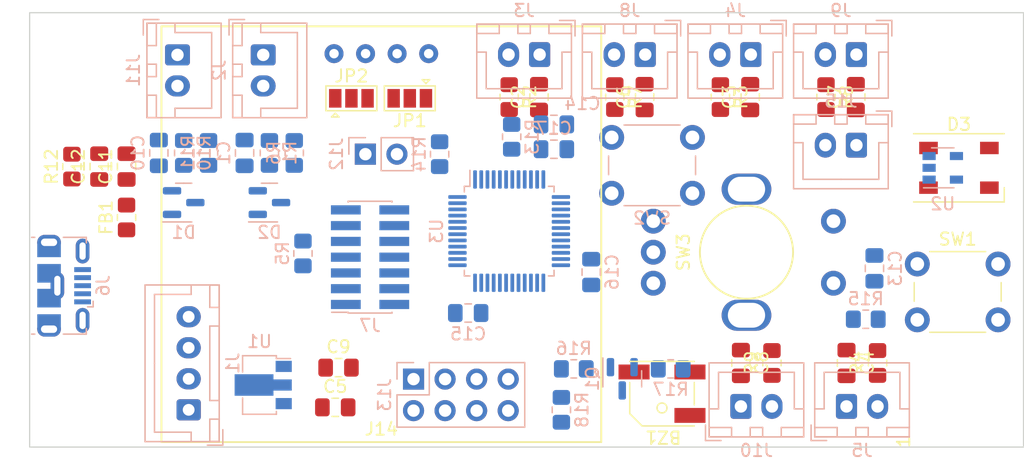
<source format=kicad_pcb>
(kicad_pcb (version 20221018) (generator pcbnew)

  (general
    (thickness 1.6)
  )

  (paper "A4")
  (title_block
    (title "V0_McDisplay")
    (date "2023-02-13")
    (rev "1")
    (company "Anton McFLY Mukhin")
  )

  (layers
    (0 "F.Cu" signal)
    (31 "B.Cu" signal)
    (32 "B.Adhes" user "B.Adhesive")
    (33 "F.Adhes" user "F.Adhesive")
    (34 "B.Paste" user)
    (35 "F.Paste" user)
    (36 "B.SilkS" user "B.Silkscreen")
    (37 "F.SilkS" user "F.Silkscreen")
    (38 "B.Mask" user)
    (39 "F.Mask" user)
    (40 "Dwgs.User" user "User.Drawings")
    (41 "Cmts.User" user "User.Comments")
    (42 "Eco1.User" user "User.Eco1")
    (43 "Eco2.User" user "User.Eco2")
    (44 "Edge.Cuts" user)
    (45 "Margin" user)
    (46 "B.CrtYd" user "B.Courtyard")
    (47 "F.CrtYd" user "F.Courtyard")
    (48 "B.Fab" user)
    (49 "F.Fab" user)
    (50 "User.1" user)
    (51 "User.2" user)
    (52 "User.3" user)
    (53 "User.4" user)
    (54 "User.5" user)
    (55 "User.6" user)
    (56 "User.7" user)
    (57 "User.8" user)
    (58 "User.9" user)
  )

  (setup
    (pad_to_mask_clearance 0)
    (pcbplotparams
      (layerselection 0x00010fc_ffffffff)
      (plot_on_all_layers_selection 0x0000000_00000000)
      (disableapertmacros false)
      (usegerberextensions false)
      (usegerberattributes true)
      (usegerberadvancedattributes true)
      (creategerberjobfile true)
      (dashed_line_dash_ratio 12.000000)
      (dashed_line_gap_ratio 3.000000)
      (svgprecision 6)
      (plotframeref false)
      (viasonmask false)
      (mode 1)
      (useauxorigin false)
      (hpglpennumber 1)
      (hpglpenspeed 20)
      (hpglpendiameter 15.000000)
      (dxfpolygonmode true)
      (dxfimperialunits true)
      (dxfusepcbnewfont true)
      (psnegative false)
      (psa4output false)
      (plotreference true)
      (plotvalue true)
      (plotinvisibletext false)
      (sketchpadsonfab false)
      (subtractmaskfromsilk false)
      (outputformat 1)
      (mirror false)
      (drillshape 1)
      (scaleselection 1)
      (outputdirectory "")
    )
  )

  (net 0 "")
  (net 1 "VBUS")
  (net 2 "Net-(BZ1-+)")
  (net 3 "Net-(J2-Pin_2)")
  (net 4 "GNDA")
  (net 5 "KEY1")
  (net 6 "GND")
  (net 7 "KEY3")
  (net 8 "KEY5")
  (net 9 "KEY2")
  (net 10 "KEY4")
  (net 11 "KEY6")
  (net 12 "+3.3V")
  (net 13 "Net-(J11-Pin_2)")
  (net 14 "+3.3VA")
  (net 15 "KILL_SW")
  (net 16 "TH1")
  (net 17 "TH2")
  (net 18 "Net-(D3-DOUT)")
  (net 19 "Net-(D3-DIN)")
  (net 20 "D-")
  (net 21 "D+")
  (net 22 "Net-(J3-Pin_2)")
  (net 23 "Net-(J4-Pin_2)")
  (net 24 "Net-(J5-Pin_2)")
  (net 25 "unconnected-(J7-Pin_1-Pad1)")
  (net 26 "unconnected-(J7-Pin_2-Pad2)")
  (net 27 "SWDIO")
  (net 28 "SWCLK")
  (net 29 "unconnected-(J7-Pin_8-Pad8)")
  (net 30 "unconnected-(J7-Pin_9-Pad9)")
  (net 31 "unconnected-(J7-Pin_10-Pad10)")
  (net 32 "Net-(J7-Pin_11)")
  (net 33 "RESET")
  (net 34 "unconnected-(J7-Pin_13-Pad13)")
  (net 35 "unconnected-(J7-Pin_14-Pad14)")
  (net 36 "Net-(J8-Pin_2)")
  (net 37 "Net-(J9-Pin_2)")
  (net 38 "Net-(J10-Pin_2)")
  (net 39 "BOOT0")
  (net 40 "GPIO1")
  (net 41 "GPIO2")
  (net 42 "GPIO3")
  (net 43 "GPIO4")
  (net 44 "PIN1")
  (net 45 "PIN2")
  (net 46 "SCL")
  (net 47 "SDA")
  (net 48 "Net-(Q1-G)")
  (net 49 "Net-(Q1-S)")
  (net 50 "Net-(SW1-B)")
  (net 51 "BUZZER")
  (net 52 "ENC_A")
  (net 53 "ENC_B")
  (net 54 "ENC_SW")
  (net 55 "NEOPIXEL")
  (net 56 "unconnected-(U3-PC13-Pad2)")
  (net 57 "unconnected-(U3-PC14-OSC32_IN-Pad3)")
  (net 58 "unconnected-(U3-PC15-OSC32_OUT-Pad4)")
  (net 59 "unconnected-(U3-PF0-OSC_IN-Pad5)")
  (net 60 "unconnected-(U3-PF1-OSC_OUT-Pad6)")
  (net 61 "unconnected-(U3-PA9-Pad30)")
  (net 62 "unconnected-(U3-PA10-Pad31)")
  (net 63 "unconnected-(U3-PA15-Pad38)")
  (net 64 "unconnected-(U3-PB3-Pad39)")
  (net 65 "unconnected-(U3-PB4-Pad40)")
  (net 66 "unconnected-(U3-PB5-Pad41)")
  (net 67 "unconnected-(U3-PB8-Pad45)")
  (net 68 "unconnected-(U3-PB9-Pad46)")

  (footprint "V0-Display:WS2812_5050_LED" (layer "F.Cu") (at 74.8 12.5))

  (footprint "Resistor_SMD:R_0805_2012Metric_Pad1.20x1.40mm_HandSolder" (layer "F.Cu") (at 55.6 6.8 -90))

  (footprint "Resistor_SMD:R_0805_2012Metric_Pad1.20x1.40mm_HandSolder" (layer "F.Cu") (at 3.4 12.4 90))

  (footprint "V0-Display:SW_PUSH_6mm" (layer "F.Cu") (at 71.45 20.25))

  (footprint "V0-Display:MountingHole_3.2mm_M3" (layer "F.Cu") (at 76 31))

  (footprint "Resistor_SMD:R_0805_2012Metric_Pad1.20x1.40mm_HandSolder" (layer "F.Cu") (at 47.1 6.8 -90))

  (footprint "Resistor_SMD:R_0805_2012Metric_Pad1.20x1.40mm_HandSolder" (layer "F.Cu") (at 64.1 6.8 -90))

  (footprint "V0-Display:MountingHole_3.2mm_M3" (layer "F.Cu") (at 4 31))

  (footprint "Capacitor_SMD:C_0805_2012Metric_Pad1.18x1.45mm_HandSolder" (layer "F.Cu") (at 66.5 6.8 90))

  (footprint "Capacitor_SMD:C_0805_2012Metric_Pad1.18x1.45mm_HandSolder" (layer "F.Cu") (at 24.6 31.8))

  (footprint "Capacitor_SMD:C_0805_2012Metric_Pad1.18x1.45mm_HandSolder" (layer "F.Cu") (at 5.6 12.4 90))

  (footprint "my_additions:Buzzer_5020" (layer "F.Cu") (at 50.9 30.7 180))

  (footprint "Capacitor_SMD:C_0805_2012Metric_Pad1.18x1.45mm_HandSolder" (layer "F.Cu") (at 57.25 28.225 -90))

  (footprint "Capacitor_SMD:C_0805_2012Metric_Pad1.18x1.45mm_HandSolder" (layer "F.Cu") (at 7.8 12.4 90))

  (footprint "Capacitor_SMD:C_0805_2012Metric_Pad1.18x1.45mm_HandSolder" (layer "F.Cu") (at 58 6.8 90))

  (footprint "Resistor_SMD:R_0805_2012Metric_Pad1.20x1.40mm_HandSolder" (layer "F.Cu") (at 59.75 28.224998 90))

  (footprint "Resistor_SMD:R_0805_2012Metric_Pad1.20x1.40mm_HandSolder" (layer "F.Cu") (at 68.25 28.224997 90))

  (footprint "V0-Display:SolderJumper-3_P1.3mm_Pad1.0x1.5mm" (layer "F.Cu") (at 30.6 6.9 180))

  (footprint "Capacitor_SMD:C_0805_2012Metric_Pad1.18x1.45mm_HandSolder" (layer "F.Cu") (at 49.5 6.8 90))

  (footprint "Capacitor_SMD:C_0805_2012Metric_Pad1.18x1.45mm_HandSolder" (layer "F.Cu") (at 41 6.8 90))

  (footprint "V0-Display:MountingHole_3.2mm_M3" (layer "F.Cu") (at 4 6))

  (footprint "Resistor_SMD:R_0805_2012Metric_Pad1.20x1.40mm_HandSolder" (layer "F.Cu") (at 38.6 6.8 -90))

  (footprint "V0-Display:MountingHole_3.2mm_M3" (layer "F.Cu") (at 76 6))

  (footprint "Resistor_SMD:R_0805_2012Metric_Pad1.20x1.40mm_HandSolder" (layer "F.Cu") (at 7.8 16.5 90))

  (footprint "V0-Display:SolderJumper-3_P1.3mm_Pad1.0x1.5mm" (layer "F.Cu") (at 25.9 6.9))

  (footprint "Capacitor_SMD:C_0805_2012Metric_Pad1.18x1.45mm_HandSolder" (layer "F.Cu") (at 24.8625 28.6))

  (footprint "V0-Display:1pt3in_OLED" (layer "F.Cu") (at 28.31 3.3))

  (footprint "Capacitor_SMD:C_0805_2012Metric_Pad1.18x1.45mm_HandSolder" (layer "F.Cu") (at 65.75 28.224997 -90))

  (footprint "V0-Display:EN11_Encoder" (layer "F.Cu") (at 57.7 19.3 -90))

  (footprint "Capacitor_SMD:C_0805_2012Metric_Pad1.18x1.45mm_HandSolder" (layer "B.Cu") (at 68 20.6 90))

  (footprint "Capacitor_SMD:C_0805_2012Metric_Pad1.18x1.45mm_HandSolder" (layer "B.Cu") (at 10.4 11.3 -90))

  (footprint "V0-Display:SOT-23-5" (layer "B.Cu") (at 73.5 12.5))

  (footprint "Connector_PinHeader_2.54mm:PinHeader_2x04_P2.54mm_Vertical" (layer "B.Cu") (at 30.9 29.525 -90))

  (footprint "Connector_JST:JST_XH_B2B-XH-A_1x02_P2.50mm_Vertical" (layer "B.Cu") (at 66.55 10.675 180))

  (footprint "Connector_PinHeader_1.27mm:PinHeader_2x07_P1.27mm_Vertical_SMD" (layer "B.Cu") (at 27.4 19.7))

  (footprint "Connector_PinHeader_2.54mm:PinHeader_1x02_P2.54mm_Vertical" (layer "B.Cu") (at 27.025 11.4 -90))

  (footprint "Capacitor_SMD:C_0805_2012Metric_Pad1.18x1.45mm_HandSolder" (layer "B.Cu") (at 42.2 11 180))

  (footprint "Capacitor_SMD:C_0805_2012Metric_Pad1.18x1.45mm_HandSolder" (layer "B.Cu") (at 45.2 20.9 90))

  (footprint "Package_QFP:LQFP-48_7x7mm_P0.5mm" (layer "B.Cu") (at 38.6 17.6 -90))

  (footprint "Connector_JST:JST_XH_B2B-XH-A_1x02_P2.50mm_Vertical" (layer "B.Cu") (at 41.05 3.375 180))

  (footprint "Resistor_SMD:R_0805_2012Metric_Pad1.20x1.40mm_HandSolder" (layer "B.Cu") (at 33 11.4 -90))

  (footprint "Capacitor_SMD:C_0805_2012Metric_Pad1.18x1.45mm_HandSolder" (layer "B.Cu") (at 35.3 24.2))

  (footprint "Resistor_SMD:R_0805_2012Metric_Pad1.20x1.40mm_HandSolder" (layer "B.Cu") (at 14.4 11.300001 -90))

  (footprint "Resistor_SMD:R_0805_2012Metric_Pad1.20x1.40mm_HandSolder" (layer "B.Cu") (at 19.3 11.3 90))

  (footprint "Resistor_SMD:R_0805_2012Metric_Pad1.20x1.40mm_HandSolder" (layer "B.Cu") (at 38.8 10 90))

  (footprint "Capacitor_SMD:C_0805_2012Metric_Pad1.18x1.45mm_HandSolder" (layer "B.Cu") (at 17.3 11.3 -90))

  (footprint "Connector_JST:JST_XH_B2B-XH-A_1x02_P2.50mm_Vertical" (layer "B.Cu") (at 65.75 31.725001))

  (footprint "Connector_JST:JST_XH_B2B-XH-A_1x02_P2.50mm_Vertical" (layer "B.Cu")
    (tstamp 732a5740-d45a-4288-933b-37ed89550304)
    (at 58.05 3.375 180)
    (descr "JST XH series connector, B2B-XH-A (http://www.jst-mfg.com/product/pdf/eng/eXH.pdf), generated with kicad-footprint-generator")
    (tags "connector JST XH vertical")
    (property "Sheetfile" "V0_McDisplay.kicad_sch")
    (property "Sheetname" "")
    (property "ki_description" "Generic connector, single row, 01x02, script generated (kicad-library-utils/schlib/autogen/connector/)")
    (property "ki_keywords" "connector")
    (path "/e9f69746-91ca-45d5-8ab8-58fb0a568c85")
    (attr through_hole)
    (fp_text reference "J4" (at 1.25 3.55) (layer "B.SilkS")
        (effects (font (size 1 1) (thickness 0.15)) (justify mirror))
      (tstamp e49802dd-10c3-45b5-934c-00610a5e1da0)
    )
    (fp_text value "PH2.54_02" (at 1.25 -4.6) (layer "B.Fab")
        (effects (font (size 1 1) (thickness 0.15)) (justify mirror))
      (tstamp 83366a5c-7335-4373-aca7-d8c418352198)
    )
    (fp_text user "${REFERENCE}" (at 1.25 -2.7) (layer "B.Fab")
        (effects (font (size 1 1) (thickness 0.15)) (justify mirror))
      (tstamp 85fbaf06-57b0-4a7a-8489-df17bb5a9c3b)
    )
    (fp_line (start -2.85 2.75) (end -2.85 1.5)
      (stroke (width 0.12) (type solid)) (layer "B.SilkS") (tstamp e8490467-299f-4b20-b82d-1070799157df))
    (fp_line (start -2.56 -3.51) (end 5.06 -3.51)
      (stroke (width 0.12) (type solid)) (layer "B.SilkS") (tstamp 7712dc86-38ee-4865-8e22-d6ab016b13b1))
    (fp_line (start -2.56 2.46) (end -2.56 -3.51)
      (stroke (width 0.12) (type solid)) (layer "B.SilkS") (tstamp 2d7dc222-dd87-499b-8f82-2b8ad1a213ed))
    (fp_line (start -2.55 0.2) (end -1.8 0.2)
      (stroke (width 0.12) (type solid)) (layer "B.SilkS") (tstamp 1f83a8b9-3a10-453f-a575-efbf3ee9b1c3))
    (fp_line (start -2.55 1.7)
... [105655 chars truncated]
</source>
